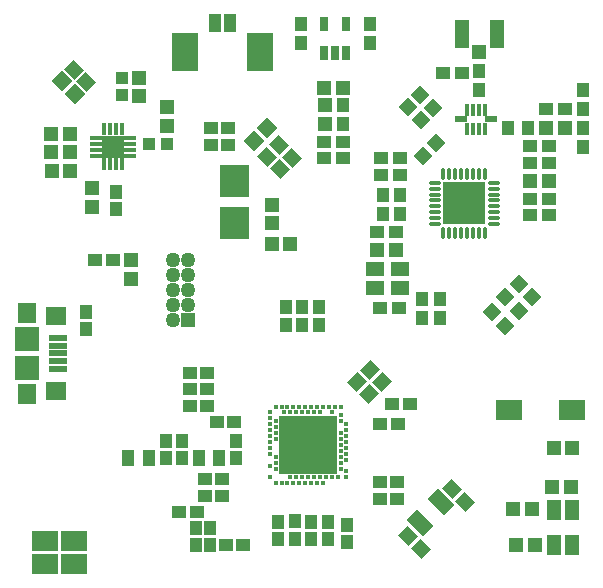
<source format=gts>
G04 Layer_Color=8388736*
%FSLAX25Y25*%
%MOIN*%
G70*
G01*
G75*
%ADD80C,0.01476*%
%ADD81R,0.04343X0.04540*%
%ADD82R,0.19488X0.19488*%
G04:AMPARAMS|DCode=83|XSize=43.43mil|YSize=49.34mil|CornerRadius=0mil|HoleSize=0mil|Usage=FLASHONLY|Rotation=45.000|XOffset=0mil|YOffset=0mil|HoleType=Round|Shape=Rectangle|*
%AMROTATEDRECTD83*
4,1,4,0.00209,-0.03280,-0.03280,0.00209,-0.00209,0.03280,0.03280,-0.00209,0.00209,-0.03280,0.0*
%
%ADD83ROTATEDRECTD83*%

%ADD84R,0.04383X0.04580*%
%ADD85R,0.08832X0.06863*%
%ADD86R,0.07414X0.07414*%
%ADD87R,0.04147X0.01587*%
%ADD88R,0.01587X0.04147*%
%ADD89R,0.03950X0.03950*%
G04:AMPARAMS|DCode=90|XSize=43.43mil|YSize=45.4mil|CornerRadius=0mil|HoleSize=0mil|Usage=FLASHONLY|Rotation=225.000|XOffset=0mil|YOffset=0mil|HoleType=Round|Shape=Rectangle|*
%AMROTATEDRECTD90*
4,1,4,-0.00070,0.03141,0.03141,-0.00070,0.00070,-0.03141,-0.03141,0.00070,-0.00070,0.03141,0.0*
%
%ADD90ROTATEDRECTD90*%

%ADD91R,0.04737X0.04934*%
%ADD92R,0.04343X0.04934*%
G04:AMPARAMS|DCode=93|XSize=47.37mil|YSize=49.34mil|CornerRadius=0mil|HoleSize=0mil|Usage=FLASHONLY|Rotation=225.000|XOffset=0mil|YOffset=0mil|HoleType=Round|Shape=Rectangle|*
%AMROTATEDRECTD93*
4,1,4,-0.00070,0.03419,0.03419,-0.00070,0.00070,-0.03419,-0.03419,0.00070,-0.00070,0.03419,0.0*
%
%ADD93ROTATEDRECTD93*%

%ADD94R,0.04934X0.04737*%
%ADD95R,0.03950X0.05918*%
%ADD96R,0.09068X0.12611*%
%ADD97R,0.05918X0.05131*%
%ADD98R,0.04461X0.05721*%
%ADD99R,0.04934X0.04343*%
G04:AMPARAMS|DCode=100|XSize=47.37mil|YSize=78.87mil|CornerRadius=0mil|HoleSize=0mil|Usage=FLASHONLY|Rotation=45.000|XOffset=0mil|YOffset=0mil|HoleType=Round|Shape=Rectangle|*
%AMROTATEDRECTD100*
4,1,4,0.01114,-0.04463,-0.04463,0.01114,-0.01114,0.04463,0.04463,-0.01114,0.01114,-0.04463,0.0*
%
%ADD100ROTATEDRECTD100*%

%ADD101R,0.04147X0.04540*%
G04:AMPARAMS|DCode=102|XSize=47.37mil|YSize=49.34mil|CornerRadius=0mil|HoleSize=0mil|Usage=FLASHONLY|Rotation=315.000|XOffset=0mil|YOffset=0mil|HoleType=Round|Shape=Rectangle|*
%AMROTATEDRECTD102*
4,1,4,-0.03419,-0.00070,0.00070,0.03419,0.03419,0.00070,-0.00070,-0.03419,-0.03419,-0.00070,0.0*
%
%ADD102ROTATEDRECTD102*%

%ADD103R,0.04540X0.04343*%
%ADD104R,0.04540X0.04737*%
%ADD105R,0.04737X0.04540*%
G04:AMPARAMS|DCode=106|XSize=43.43mil|YSize=45.4mil|CornerRadius=0mil|HoleSize=0mil|Usage=FLASHONLY|Rotation=315.000|XOffset=0mil|YOffset=0mil|HoleType=Round|Shape=Rectangle|*
%AMROTATEDRECTD106*
4,1,4,-0.03141,-0.00070,0.00070,0.03141,0.03141,0.00070,-0.00070,-0.03141,-0.03141,-0.00070,0.0*
%
%ADD106ROTATEDRECTD106*%

%ADD107R,0.03162X0.05131*%
%ADD108R,0.04737X0.04737*%
%ADD109R,0.04934X0.09461*%
%ADD110R,0.01981X0.10839*%
%ADD111O,0.01587X0.03950*%
%ADD112O,0.03950X0.01587*%
%ADD113R,0.14186X0.14383*%
G04:AMPARAMS|DCode=114|XSize=43.43mil|YSize=49.34mil|CornerRadius=0mil|HoleSize=0mil|Usage=FLASHONLY|Rotation=315.000|XOffset=0mil|YOffset=0mil|HoleType=Round|Shape=Rectangle|*
%AMROTATEDRECTD114*
4,1,4,-0.03280,-0.00209,0.00209,0.03280,0.03280,0.00209,-0.00209,-0.03280,-0.03280,-0.00209,0.0*
%
%ADD114ROTATEDRECTD114*%

%ADD115R,0.03950X0.03950*%
%ADD116R,0.08280X0.08280*%
%ADD117R,0.05918X0.06509*%
%ADD118R,0.07099X0.06312*%
%ADD119R,0.06115X0.02375*%
%ADD120R,0.01784X0.03950*%
%ADD121R,0.03950X0.01981*%
%ADD122R,0.05131X0.06706*%
%ADD123R,0.08674X0.07099*%
%ADD124C,0.05000*%
%ADD125R,0.05000X0.05000*%
%ADD126C,0.02769*%
%ADD127C,0.03200*%
D80*
X106390Y62795D02*
D03*
X108358D02*
D03*
X90642Y37205D02*
D03*
X104421D02*
D03*
X102453D02*
D03*
X100484D02*
D03*
X98516D02*
D03*
X96547D02*
D03*
X94579D02*
D03*
X92610D02*
D03*
X88673D02*
D03*
X112295Y39173D02*
D03*
X109343D02*
D03*
X107374D02*
D03*
X105405D02*
D03*
X103437D02*
D03*
X101469D02*
D03*
X99500D02*
D03*
X97531D02*
D03*
X95563D02*
D03*
X93594D02*
D03*
X86705D02*
D03*
X88673Y42126D02*
D03*
X112295Y41142D02*
D03*
X110327Y42126D02*
D03*
X86705Y43110D02*
D03*
X110327Y44094D02*
D03*
X88673D02*
D03*
X112295Y45079D02*
D03*
X110327Y46063D02*
D03*
X88673D02*
D03*
X112295Y47047D02*
D03*
X86705D02*
D03*
X110327Y48031D02*
D03*
X112295Y49016D02*
D03*
X86705D02*
D03*
X110327Y50000D02*
D03*
X112295Y50984D02*
D03*
X86705D02*
D03*
X110327Y51968D02*
D03*
X88673D02*
D03*
X112295Y52953D02*
D03*
X86705D02*
D03*
X110327Y53937D02*
D03*
X88673D02*
D03*
X112295Y54921D02*
D03*
X86705D02*
D03*
X88673Y55905D02*
D03*
X112295Y56890D02*
D03*
X86705D02*
D03*
X110327Y57874D02*
D03*
X88673D02*
D03*
X86705Y58858D02*
D03*
X110327Y59842D02*
D03*
X107374Y60827D02*
D03*
X103437D02*
D03*
X101469D02*
D03*
X99500D02*
D03*
X97531D02*
D03*
X95563D02*
D03*
X93594D02*
D03*
X91626D02*
D03*
X86705D02*
D03*
X110327Y62795D02*
D03*
X104421D02*
D03*
X102453D02*
D03*
X100484D02*
D03*
X98516D02*
D03*
X96547D02*
D03*
X94579D02*
D03*
X92610D02*
D03*
X90642D02*
D03*
X88673D02*
D03*
D81*
X156500Y174650D02*
D03*
Y168350D02*
D03*
X111000Y163150D02*
D03*
Y156850D02*
D03*
X191000Y162000D02*
D03*
X191000Y168299D02*
D03*
X191000Y155650D02*
D03*
Y149350D02*
D03*
X130000Y126850D02*
D03*
Y133150D02*
D03*
X124500Y126850D02*
D03*
Y133150D02*
D03*
X143500Y98650D02*
D03*
Y92350D02*
D03*
X137500Y98650D02*
D03*
Y92350D02*
D03*
X120000Y190150D02*
D03*
Y183850D02*
D03*
X97000Y190150D02*
D03*
Y183850D02*
D03*
D82*
X99500Y50000D02*
D03*
D83*
X25588Y170912D02*
D03*
X21412Y175088D02*
D03*
X132912Y19588D02*
D03*
X137088Y15412D02*
D03*
X147468Y35175D02*
D03*
X151643Y30999D02*
D03*
X89826Y149916D02*
D03*
X94002Y145740D02*
D03*
X85912Y146088D02*
D03*
X90088Y141912D02*
D03*
D84*
X166173Y155500D02*
D03*
X172827D02*
D03*
D85*
X11894Y10402D02*
D03*
Y18000D02*
D03*
X21500Y10402D02*
D03*
Y18000D02*
D03*
D86*
X34500Y149398D02*
D03*
D87*
X28732Y146445D02*
D03*
Y148413D02*
D03*
Y150382D02*
D03*
Y152350D02*
D03*
X40268D02*
D03*
X40268Y150382D02*
D03*
Y148413D02*
D03*
Y146445D02*
D03*
D88*
X31547Y155165D02*
D03*
X33516D02*
D03*
X35484D02*
D03*
X37453D02*
D03*
Y143630D02*
D03*
X35484D02*
D03*
X33516Y143630D02*
D03*
X31547D02*
D03*
D89*
X46595Y150398D02*
D03*
X52500D02*
D03*
D90*
X165273Y99227D02*
D03*
X169727Y94773D02*
D03*
X137227Y158273D02*
D03*
X132773Y162727D02*
D03*
X136773Y166727D02*
D03*
X141227Y162273D02*
D03*
X169773Y103727D02*
D03*
X174227Y99273D02*
D03*
X160773Y94227D02*
D03*
X165227Y89773D02*
D03*
D91*
X43000Y172449D02*
D03*
Y166347D02*
D03*
X27500Y129398D02*
D03*
Y135500D02*
D03*
X52500Y156449D02*
D03*
Y162551D02*
D03*
X87500Y123949D02*
D03*
Y130051D02*
D03*
X40500Y111551D02*
D03*
Y105449D02*
D03*
D92*
X35500Y134453D02*
D03*
Y128547D02*
D03*
X52000Y45547D02*
D03*
Y51453D02*
D03*
X57500Y45547D02*
D03*
Y51453D02*
D03*
X92000Y90047D02*
D03*
Y95953D02*
D03*
X97500Y90047D02*
D03*
Y95953D02*
D03*
X103000Y90047D02*
D03*
Y95953D02*
D03*
X89500Y24453D02*
D03*
Y18547D02*
D03*
X95000Y24500D02*
D03*
Y18595D02*
D03*
X100500Y24453D02*
D03*
Y18547D02*
D03*
X106000Y24453D02*
D03*
Y18547D02*
D03*
X112500Y23453D02*
D03*
Y17547D02*
D03*
X75500Y45547D02*
D03*
Y51453D02*
D03*
X25500Y88547D02*
D03*
Y94453D02*
D03*
D93*
X21657Y166842D02*
D03*
X17343Y171158D02*
D03*
D94*
X13949Y153500D02*
D03*
X20051D02*
D03*
X13949Y147500D02*
D03*
X20051D02*
D03*
X14000Y141398D02*
D03*
X20102D02*
D03*
X87449Y117000D02*
D03*
X93551D02*
D03*
X181449Y49000D02*
D03*
X187551D02*
D03*
X187051Y36000D02*
D03*
X180949D02*
D03*
X174051Y28500D02*
D03*
X167949D02*
D03*
X168949Y16500D02*
D03*
X175051D02*
D03*
D95*
X73461Y190646D02*
D03*
X68539Y190646D02*
D03*
D96*
X58500Y181000D02*
D03*
X83500Y181000D02*
D03*
D97*
X121866Y108748D02*
D03*
X130134D02*
D03*
Y102252D02*
D03*
X121866D02*
D03*
D98*
X39614Y45500D02*
D03*
X46386D02*
D03*
X69886D02*
D03*
X63114D02*
D03*
D99*
X65047Y38500D02*
D03*
X70953D02*
D03*
X123340Y32050D02*
D03*
X129246D02*
D03*
X77953Y16500D02*
D03*
X72047D02*
D03*
X56547Y27500D02*
D03*
X62453D02*
D03*
X65047Y33000D02*
D03*
X70953D02*
D03*
X74953Y57500D02*
D03*
X69047D02*
D03*
X65953Y74000D02*
D03*
X60047D02*
D03*
X65953Y68500D02*
D03*
X60047D02*
D03*
X65953Y63000D02*
D03*
X60047D02*
D03*
X67047Y155500D02*
D03*
X72953D02*
D03*
X72953Y150000D02*
D03*
X67047D02*
D03*
X127547Y63500D02*
D03*
X133453D02*
D03*
X123547Y57000D02*
D03*
X129453D02*
D03*
X34453Y111500D02*
D03*
X28547D02*
D03*
X123340Y37707D02*
D03*
X129246D02*
D03*
D100*
X136917Y23917D02*
D03*
X143876Y30876D02*
D03*
D101*
X66764Y22354D02*
D03*
X62236D02*
D03*
Y16646D02*
D03*
X66764Y16646D02*
D03*
D102*
X85658Y155657D02*
D03*
X81343Y151342D02*
D03*
D103*
X104850Y151000D02*
D03*
X111150Y151000D02*
D03*
X104850Y145500D02*
D03*
X111150Y145500D02*
D03*
X130150D02*
D03*
X123850D02*
D03*
X150650Y174000D02*
D03*
X144350D02*
D03*
X178850Y162000D02*
D03*
X185150D02*
D03*
X173350Y149500D02*
D03*
X179650D02*
D03*
X179650Y144000D02*
D03*
X173350D02*
D03*
X179650Y126500D02*
D03*
X173350D02*
D03*
X179650Y132000D02*
D03*
X173350D02*
D03*
X122500Y121000D02*
D03*
X128799D02*
D03*
X130150Y140000D02*
D03*
X123850D02*
D03*
X123371Y95480D02*
D03*
X129670D02*
D03*
D104*
X105000Y163150D02*
D03*
X105000Y156850D02*
D03*
D105*
X104850Y169000D02*
D03*
X111150D02*
D03*
X178850Y155500D02*
D03*
X185150D02*
D03*
X173350Y138000D02*
D03*
X179650D02*
D03*
X128650Y115000D02*
D03*
X122350D02*
D03*
D106*
X137773Y146273D02*
D03*
X142227Y150727D02*
D03*
D107*
X104760Y190224D02*
D03*
X112240D02*
D03*
Y180776D02*
D03*
X108500D02*
D03*
X104760Y180776D02*
D03*
D108*
X156504Y180945D02*
D03*
D109*
X150697Y186850D02*
D03*
X162311D02*
D03*
D110*
X78937Y137890D02*
D03*
X76968D02*
D03*
X75000Y137890D02*
D03*
X73032D02*
D03*
X71063Y137890D02*
D03*
X78937Y124110D02*
D03*
X76968D02*
D03*
X75000Y124110D02*
D03*
X73032D02*
D03*
X71063Y124110D02*
D03*
D111*
X144610Y120658D02*
D03*
X146579D02*
D03*
X148547D02*
D03*
X150516D02*
D03*
X152484D02*
D03*
X154453D02*
D03*
X156421D02*
D03*
X158390D02*
D03*
Y140342D02*
D03*
X156421D02*
D03*
X154453D02*
D03*
X152484D02*
D03*
X150516D02*
D03*
X148547D02*
D03*
X146579D02*
D03*
X144610D02*
D03*
D112*
X161343Y123610D02*
D03*
Y125579D02*
D03*
Y127547D02*
D03*
Y129516D02*
D03*
Y131484D02*
D03*
Y133453D02*
D03*
Y135421D02*
D03*
Y137390D02*
D03*
X141657D02*
D03*
Y135421D02*
D03*
Y133453D02*
D03*
Y131484D02*
D03*
Y129516D02*
D03*
Y127547D02*
D03*
Y125579D02*
D03*
Y123610D02*
D03*
D113*
X151500Y130500D02*
D03*
D114*
X119912Y66912D02*
D03*
X124088Y71088D02*
D03*
X115912Y70912D02*
D03*
X120088Y75088D02*
D03*
D115*
X37500Y166492D02*
D03*
X37500Y172398D02*
D03*
D116*
X5734Y75776D02*
D03*
Y85224D02*
D03*
D117*
Y67016D02*
D03*
Y93984D02*
D03*
D118*
X15380Y93098D02*
D03*
Y67902D02*
D03*
D119*
X16266Y85618D02*
D03*
Y83059D02*
D03*
Y80500D02*
D03*
Y77941D02*
D03*
Y75382D02*
D03*
D120*
X152547Y155350D02*
D03*
X154516D02*
D03*
X156484D02*
D03*
X158453D02*
D03*
X152547Y161650D02*
D03*
X154516D02*
D03*
X156484D02*
D03*
X158453D02*
D03*
D121*
X150579Y158500D02*
D03*
X160421D02*
D03*
D122*
X181547Y16594D02*
D03*
X187453D02*
D03*
Y28405D02*
D03*
X181547Y28405D02*
D03*
D123*
X166370Y61500D02*
D03*
X187630D02*
D03*
D124*
X54500Y96500D02*
D03*
Y101500D02*
D03*
X54500Y106500D02*
D03*
X54500Y111500D02*
D03*
X59500Y96500D02*
D03*
X59500Y101500D02*
D03*
X59500Y106500D02*
D03*
Y111500D02*
D03*
X54500Y91500D02*
D03*
D125*
X59500Y91500D02*
D03*
D126*
X147169Y126169D02*
D03*
Y130500D02*
D03*
Y134831D02*
D03*
X151500Y126169D02*
D03*
Y130500D02*
D03*
Y134831D02*
D03*
X155831Y126169D02*
D03*
Y130500D02*
D03*
Y134831D02*
D03*
X34500Y149398D02*
D03*
D127*
X106587Y52362D02*
D03*
X101862D02*
D03*
X106587Y42913D02*
D03*
X101862D02*
D03*
Y57087D02*
D03*
X106587D02*
D03*
Y47638D02*
D03*
X101862D02*
D03*
X97138Y57087D02*
D03*
X92413D02*
D03*
X97138Y42913D02*
D03*
X92413D02*
D03*
X97138Y47638D02*
D03*
X92413D02*
D03*
X97138Y52362D02*
D03*
X92413D02*
D03*
M02*

</source>
